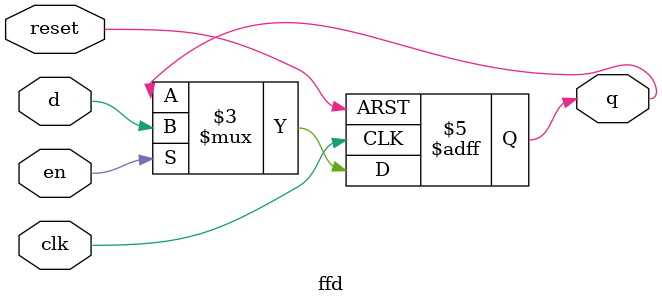
<source format=sv>
module ffd(input d, clk, reset, en, output reg q);

	always @ (posedge clk, negedge reset) begin
		if(~reset)
			q <= 0;
		else if(en)
			q <= d;	
	end
	
endmodule
</source>
